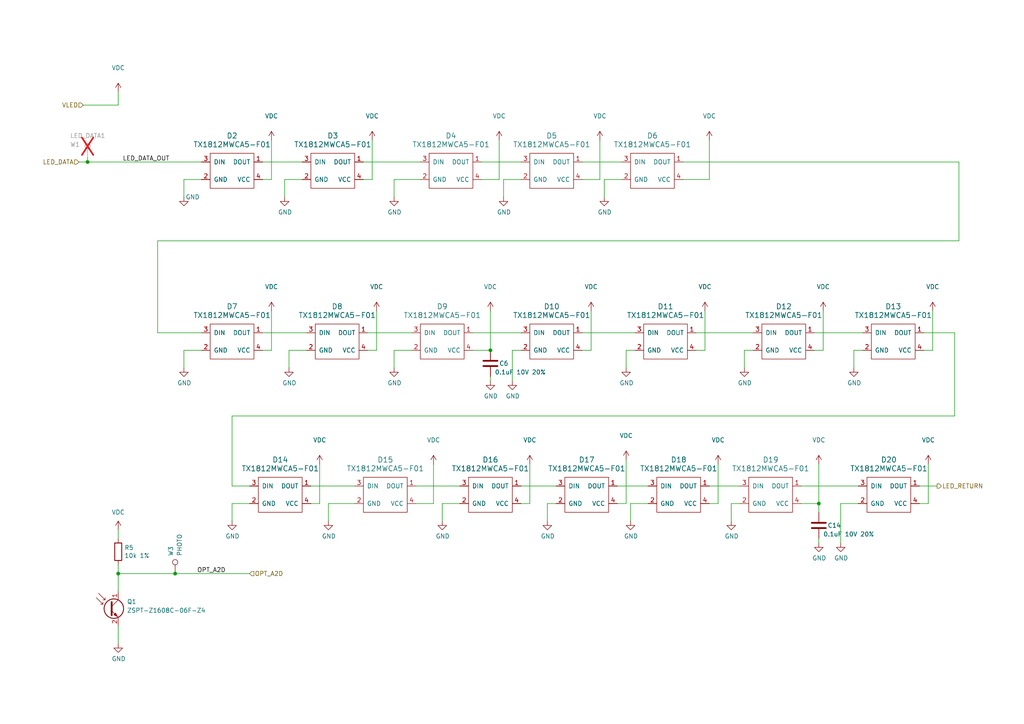
<source format=kicad_sch>
(kicad_sch (version 20250114) (generator "eeschema") (generator_version "9.0")
  (paper "A4")
  (title_block (title "Pixels D20 Schematic, LEDs") (date "2020-04-13") (rev "2") (company "Systemic Games, LLC"))
  (lib_symbols
    (symbol "Device:C" (pin_numbers (hide yes)) (pin_names (offset 0.254))
      (property "Reference" "C" (at 0.635 2.54 0))
      (property "Value" "C" (at 0.635 -2.54 0))
      (symbol "C_0_1"
        (polyline (pts (xy -2.032 0.762) (xy 2.032 0.762)) (stroke (width 0.508)))
        (polyline (pts (xy -2.032 -0.762) (xy 2.032 -0.762)) (stroke (width 0.508)))
      )
      (symbol "C_1_1"
        (pin passive line (at 0 3.81 270) (length 2.794) (name "~") (number "1"))
        (pin passive line (at 0 -3.81 90) (length 2.794) (name "~") (number "2"))
      )
    )
    (symbol "Device:Q_Photo_NPN" (pin_names (offset 0) (hide yes))
      (property "Reference" "Q" (at 5.08 1.27 0))
      (property "Value" "Q_Photo_NPN" (at 5.08 -1.27 0))
      (symbol "Q_Photo_NPN_0_1"
        (polyline (pts (xy -3.81 3.175) (xy -1.905 1.27) (xy -1.905 1.905)))
        (polyline (pts (xy -3.175 4.445) (xy -1.27 2.54) (xy -1.27 3.175)))
        (polyline (pts (xy -1.905 1.27) (xy -2.54 1.27)))
        (polyline (pts (xy -1.27 2.54) (xy -1.905 2.54)))
        (polyline (pts (xy 0.635 1.905) (xy 0.635 -1.905) (xy 0.635 -1.905)) (stroke (width 0.508)))
        (polyline (pts (xy 0.635 0.635) (xy 2.54 2.54)))
        (polyline (pts (xy 0.635 -0.635) (xy 2.54 -2.54) (xy 2.54 -2.54)))
        (circle (center 1.27 0) (radius 2.8194) (stroke (width 0.254)))
        (polyline (pts (xy 1.27 -1.778) (xy 1.778 -1.27) (xy 2.286 -2.286) (xy 1.27 -1.778) (xy 1.27 -1.778)) (fill (type outline)))
      )
      (symbol "Q_Photo_NPN_1_1"
        (pin passive line (at 2.54 5.08 270) (length 2.54) (name "C") (number "1"))
        (pin passive line (at 2.54 -5.08 90) (length 2.54) (name "E") (number "2"))
      )
    )
    (symbol "Device:R" (pin_numbers (hide yes)) (pin_names (offset 0))
      (property "Reference" "R" (at 2.032 0 90))
      (property "Value" "R" (at 0 0 90))
      (symbol "R_0_1"
        (rectangle (start -1.016 -2.54) (end 1.016 2.54) (stroke (width 0.254)))
      )
      (symbol "R_1_1"
        (pin passive line (at 0 3.81 270) (length 1.27) (name "~") (number "1"))
        (pin passive line (at 0 -3.81 90) (length 1.27) (name "~") (number "2"))
      )
    )
    (symbol "Pixels-dice:TEST_1P-conn" (pin_numbers (hide yes)) (pin_names (offset 0.762) (hide yes))
      (property "Reference" "W" (at 0 6.858 0))
      (property "Value" "TEST_1P-conn" (at 0 5.08 0))
      (symbol "TEST_1P-conn_0_1"
        (circle (center 0 3.302) (radius 0.762))
      )
      (symbol "TEST_1P-conn_1_1"
        (pin passive line (at 0 0 90) (length 2.54) (name "1") (number "1"))
      )
    )
    (symbol "Pixels-dice:TX1812MJA5" (pin_names (offset 1.016))
      (property "Reference" "D" (at 0 -6.35 0))
      (property "Value" "TX1812MJA5" (at 0 6.35 0))
      (symbol "TX1812MJA5_0_1"
        (rectangle (start -6.35 5.08) (end 6.35 -5.08))
      )
      (symbol "TX1812MJA5_1_1"
        (pin input line (at -8.89 2.54 0) (length 2.54) (name "DIN") (number "3"))
        (pin power_in line (at -8.89 -2.54 0) (length 2.54) (name "GND") (number "2"))
        (pin output line (at 8.89 2.54 180) (length 2.54) (name "DOUT") (number "1"))
        (pin power_in line (at 8.89 -2.54 180) (length 2.54) (name "VCC") (number "4"))
      )
    )
    (symbol "power:GND" (power) (pin_names (offset 0))
      (property "Value" "GND" (at 0 -3.81 0))
      (symbol "GND_0_1"
        (polyline (pts (xy 0 0) (xy 0 -1.27) (xy 1.27 -1.27) (xy 0 -2.54) (xy -1.27 -1.27) (xy 0 -1.27)))
      )
      (symbol "GND_1_1"
        (pin power_in line (at 0 0 270) (length 0) (hide yes) (name "GND") (number "1"))
      )
    )
    (symbol "power:VDC" (power) (pin_names (offset 0))
      (property "Value" "VDC" (at 0 6.35 0))
      (symbol "VDC_0_1"
        (polyline (pts (xy -0.762 1.27) (xy 0 2.54)))
        (polyline (pts (xy 0 2.54) (xy 0.762 1.27)))
        (polyline (pts (xy 0 0) (xy 0 2.54)))
      )
      (symbol "VDC_1_1"
        (pin power_in line (at 0 0 90) (length 0) (hide yes) (name "VDC") (number "1"))
      )
    )
  )
  (junction (at 25.4 46.99))
  (junction (at 34.29 166.37))
  (junction (at 50.8 166.37))
  (junction (at 237.49 146.05))
  (junction (at 142.24 101.6))
  (wire (pts (xy 168.91 46.99) (xy 180.34 46.99)))
  (wire (pts (xy 181.61 101.6) (xy 181.61 106.68)))
  (wire (pts (xy 105.41 52.07) (xy 107.95 52.07)))
  (wire (pts (xy 105.41 46.99) (xy 121.92 46.99)))
  (wire (pts (xy 92.71 134.62) (xy 92.71 146.05)))
  (wire (pts (xy 58.42 96.52) (xy 45.72 96.52)))
  (wire (pts (xy 278.13 69.85) (xy 45.72 69.85)))
  (wire (pts (xy 201.93 101.6) (xy 204.47 101.6)))
  (wire (pts (xy 53.34 52.07) (xy 53.34 57.15)))
  (wire (pts (xy 237.49 148.59) (xy 237.49 146.05)))
  (wire (pts (xy 236.22 96.52) (xy 250.19 96.52)))
  (wire (pts (xy 171.45 90.17) (xy 171.45 101.6)))
  (wire (pts (xy 72.39 140.97) (xy 67.31 140.97)))
  (wire (pts (xy 76.2 96.52) (xy 88.9 96.52)))
  (wire (pts (xy 278.13 46.99) (xy 278.13 69.85)))
  (wire (pts (xy 125.73 134.62) (xy 125.73 146.05)))
  (wire (pts (xy 175.26 52.07) (xy 175.26 57.15)))
  (wire (pts (xy 90.17 146.05) (xy 92.71 146.05)))
  (wire (pts (xy 95.25 146.05) (xy 95.25 151.13)))
  (wire (pts (xy 142.24 109.22) (xy 142.24 110.49)))
  (wire (pts (xy 67.31 146.05) (xy 72.39 146.05)))
  (wire (pts (xy 205.74 40.64) (xy 205.74 52.07)))
  (wire (pts (xy 53.34 106.68) (xy 53.34 101.6)))
  (wire (pts (xy 78.74 90.17) (xy 78.74 101.6)))
  (wire (pts (xy 168.91 52.07) (xy 173.99 52.07)))
  (wire (pts (xy 114.3 52.07) (xy 114.3 57.15)))
  (wire (pts (xy 106.68 101.6) (xy 109.22 101.6)))
  (wire (pts (xy 243.84 146.05) (xy 248.92 146.05)))
  (wire (pts (xy 128.27 151.13) (xy 128.27 146.05)))
  (wire (pts (xy 198.12 52.07) (xy 205.74 52.07)))
  (wire (pts (xy 237.49 156.21) (xy 237.49 157.48)))
  (wire (pts (xy 215.9 101.6) (xy 218.44 101.6)))
  (wire (pts (xy 212.09 146.05) (xy 214.63 146.05)))
  (wire (pts (xy 114.3 101.6) (xy 119.38 101.6)))
  (wire (pts (xy 25.4 45.72) (xy 25.4 46.99)))
  (wire (pts (xy 208.28 134.62) (xy 208.28 146.05)))
  (wire (pts (xy 151.13 146.05) (xy 153.67 146.05)))
  (wire (pts (xy 76.2 101.6) (xy 78.74 101.6)))
  (wire (pts (xy 151.13 140.97) (xy 161.29 140.97)))
  (wire (pts (xy 67.31 140.97) (xy 67.31 120.65)))
  (wire (pts (xy 269.24 134.62) (xy 269.24 146.05)))
  (wire (pts (xy 266.7 146.05) (xy 269.24 146.05)))
  (wire (pts (xy 205.74 146.05) (xy 208.28 146.05)))
  (wire (pts (xy 95.25 146.05) (xy 102.87 146.05)))
  (wire (pts (xy 205.74 140.97) (xy 214.63 140.97)))
  (wire (pts (xy 53.34 52.07) (xy 58.42 52.07)))
  (wire (pts (xy 114.3 106.68) (xy 114.3 101.6)))
  (wire (pts (xy 45.72 69.85) (xy 45.72 96.52)))
  (wire (pts (xy 267.97 101.6) (xy 270.51 101.6)))
  (wire (pts (xy 50.8 166.37) (xy 72.39 166.37)))
  (wire (pts (xy 168.91 96.52) (xy 184.15 96.52)))
  (wire (pts (xy 247.65 101.6) (xy 247.65 106.68)))
  (wire (pts (xy 34.29 30.48) (xy 34.29 26.67)))
  (wire (pts (xy 204.47 90.17) (xy 204.47 101.6)))
  (wire (pts (xy 148.59 101.6) (xy 151.13 101.6)))
  (wire (pts (xy 232.41 146.05) (xy 237.49 146.05)))
  (wire (pts (xy 76.2 46.99) (xy 87.63 46.99)))
  (wire (pts (xy 139.7 52.07) (xy 144.78 52.07)))
  (wire (pts (xy 142.24 90.17) (xy 142.24 101.6)))
  (wire (pts (xy 181.61 101.6) (xy 184.15 101.6)))
  (wire (pts (xy 109.22 90.17) (xy 109.22 101.6)))
  (wire (pts (xy 182.88 146.05) (xy 187.96 146.05)))
  (wire (pts (xy 83.82 101.6) (xy 88.9 101.6)))
  (wire (pts (xy 182.88 151.13) (xy 182.88 146.05)))
  (wire (pts (xy 243.84 157.48) (xy 243.84 146.05)))
  (wire (pts (xy 212.09 146.05) (xy 212.09 151.13)))
  (wire (pts (xy 25.4 46.99) (xy 58.42 46.99)))
  (wire (pts (xy 179.07 146.05) (xy 181.61 146.05)))
  (wire (pts (xy 276.86 96.52) (xy 267.97 96.52)))
  (wire (pts (xy 120.65 140.97) (xy 133.35 140.97)))
  (wire (pts (xy 146.05 57.15) (xy 146.05 52.07)))
  (wire (pts (xy 107.95 40.64) (xy 107.95 52.07)))
  (wire (pts (xy 144.78 40.64) (xy 144.78 52.07)))
  (wire (pts (xy 236.22 101.6) (xy 238.76 101.6)))
  (wire (pts (xy 137.16 101.6) (xy 142.24 101.6)))
  (wire (pts (xy 139.7 46.99) (xy 151.13 46.99)))
  (wire (pts (xy 82.55 52.07) (xy 87.63 52.07)))
  (wire (pts (xy 128.27 146.05) (xy 133.35 146.05)))
  (wire (pts (xy 137.16 96.52) (xy 151.13 96.52)))
  (wire (pts (xy 34.29 163.83) (xy 34.29 166.37)))
  (wire (pts (xy 34.29 166.37) (xy 50.8 166.37)))
  (wire (pts (xy 106.68 96.52) (xy 119.38 96.52)))
  (wire (pts (xy 114.3 52.07) (xy 121.92 52.07)))
  (wire (pts (xy 153.67 134.62) (xy 153.67 146.05)))
  (wire (pts (xy 90.17 140.97) (xy 102.87 140.97)))
  (wire (pts (xy 238.76 90.17) (xy 238.76 101.6)))
  (wire (pts (xy 175.26 52.07) (xy 180.34 52.07)))
  (wire (pts (xy 146.05 52.07) (xy 151.13 52.07)))
  (wire (pts (xy 276.86 120.65) (xy 276.86 96.52)))
  (wire (pts (xy 215.9 101.6) (xy 215.9 106.68)))
  (wire (pts (xy 22.86 46.99) (xy 25.4 46.99)))
  (wire (pts (xy 76.2 52.07) (xy 78.74 52.07)))
  (wire (pts (xy 266.7 140.97) (xy 271.78 140.97)))
  (wire (pts (xy 181.61 133.35) (xy 181.61 146.05)))
  (wire (pts (xy 173.99 40.64) (xy 173.99 52.07)))
  (wire (pts (xy 201.93 96.52) (xy 218.44 96.52)))
  (wire (pts (xy 148.59 101.6) (xy 148.59 110.49)))
  (wire (pts (xy 78.74 40.64) (xy 78.74 52.07)))
  (wire (pts (xy 158.75 151.13) (xy 158.75 146.05)))
  (wire (pts (xy 198.12 46.99) (xy 278.13 46.99)))
  (wire (pts (xy 34.29 153.67) (xy 34.29 156.21)))
  (wire (pts (xy 67.31 151.13) (xy 67.31 146.05)))
  (wire (pts (xy 232.41 140.97) (xy 248.92 140.97)))
  (wire (pts (xy 24.13 30.48) (xy 34.29 30.48)))
  (wire (pts (xy 168.91 101.6) (xy 171.45 101.6)))
  (wire (pts (xy 67.31 120.65) (xy 276.86 120.65)))
  (wire (pts (xy 82.55 57.15) (xy 82.55 52.07)))
  (wire (pts (xy 247.65 101.6) (xy 250.19 101.6)))
  (wire (pts (xy 34.29 181.61) (xy 34.29 186.69)))
  (wire (pts (xy 158.75 146.05) (xy 161.29 146.05)))
  (wire (pts (xy 83.82 106.68) (xy 83.82 101.6)))
  (wire (pts (xy 34.29 166.37) (xy 34.29 171.45)))
  (wire (pts (xy 270.51 90.17) (xy 270.51 101.6)))
  (wire (pts (xy 179.07 140.97) (xy 187.96 140.97)))
  (wire (pts (xy 53.34 101.6) (xy 58.42 101.6)))
  (wire (pts (xy 120.65 146.05) (xy 125.73 146.05)))
  (wire (pts (xy 237.49 134.62) (xy 237.49 146.05)))
  (label "OPT_A2D" (at 57.15 166.37 0))
  (label "LED_DATA_OUT" (at 35.56 46.99 0))
  (hierarchical_label "OPT_A2D" (shape input) (at 72.39 166.37 0))
  (hierarchical_label "LED_DATA" (shape input) (at 22.86 46.99 180))
  (hierarchical_label "LED_RETURN" (shape output) (at 271.78 140.97 0))
  (hierarchical_label "VLED" (shape input) (at 24.13 30.48 180))
  (symbol (lib_id "Pixels-dice:TEST_1P-conn") (at 25.4 45.72 0) (unit 1) (in_bom no) (dnp yes)
    (property "Reference" "W1" (at 20.32 41.91 0) (effects (justify left)))
    (property "Value" "LED_DATA1" (at 20.32 39.37 0) (effects (justify left)))
    (property "Footprint" "Pixels-dice:TEST_PIN" (effects (hide yes)))
    (property "Generic OK" "N/A" (effects (hide yes)))
  )
  (symbol (lib_id "power:VDC") (at 34.29 26.67 0) (unit 1)
    (property "Reference" "#PWR02" (effects (hide yes)))
    (property "Value" "VDC" (at 34.29 19.685 0))
  )
  (symbol (lib_id "power:VDC") (at 78.74 40.64 0) (unit 1)
    (property "Reference" "#PWR037" (effects (hide yes)))
    (property "Value" "VDC" (at 78.74 33.655 0))
  )
  (symbol (lib_id "power:VDC") (at 107.95 40.64 0) (unit 1)
    (property "Reference" "#PWR064" (effects (hide yes)))
    (property "Value" "VDC" (at 107.95 33.655 0))
  )
  (symbol (lib_id "power:GND") (at 53.34 57.15 0) (unit 1)
    (property "Reference" "#PWR010" (effects (hide yes)))
    (property "Value" "GND" (at 55.88 57.15 0))
  )
  (symbol (lib_id "power:GND") (at 82.55 57.15 0) (unit 1)
    (property "Reference" "#PWR047" (effects (hide yes)))
    (property "Value" "GND" (at 82.677 61.5442 0))
  )
  (symbol (lib_id "power:VDC") (at 144.78 40.64 0) (unit 1)
    (property "Reference" "#PWR074" (effects (hide yes)))
    (property "Value" "VDC" (at 144.78 33.655 0))
  )
  (symbol (lib_id "power:VDC") (at 173.99 40.64 0) (unit 1)
    (property "Reference" "#PWR081" (effects (hide yes)))
    (property "Value" "VDC" (at 173.99 33.655 0))
  )
  (symbol (lib_id "power:GND") (at 114.3 57.15 0) (unit 1)
    (property "Reference" "#PWR066" (effects (hide yes)))
    (property "Value" "GND" (at 114.427 61.5442 0))
  )
  (symbol (lib_id "power:GND") (at 146.05 57.15 0) (unit 1)
    (property "Reference" "#PWR076" (effects (hide yes)))
    (property "Value" "GND" (at 146.177 61.5442 0))
  )
  (symbol (lib_id "power:VDC") (at 205.74 40.64 0) (unit 1)
    (property "Reference" "#PWR087" (effects (hide yes)))
    (property "Value" "VDC" (at 205.74 33.655 0))
  )
  (symbol (lib_id "power:VDC") (at 142.24 90.17 0) (unit 1)
    (property "Reference" "#PWR070" (effects (hide yes)))
    (property "Value" "VDC" (at 142.24 83.185 0))
  )
  (symbol (lib_id "power:GND") (at 53.34 106.68 0) (unit 1)
    (property "Reference" "#PWR015" (effects (hide yes)))
    (property "Value" "GND" (at 53.467 111.0742 0))
  )
  (symbol (lib_id "power:GND") (at 175.26 57.15 0) (unit 1)
    (property "Reference" "#PWR082" (effects (hide yes)))
    (property "Value" "GND" (at 175.387 61.5442 0))
  )
  (symbol (lib_id "power:VDC") (at 125.73 134.62 0) (unit 1)
    (property "Reference" "#PWR068" (effects (hide yes)))
    (property "Value" "VDC" (at 125.73 127.635 0))
  )
  (symbol (lib_id "power:VDC") (at 181.61 133.35 0) (unit 1)
    (property "Reference" "#PWR084" (effects (hide yes)))
    (property "Value" "VDC" (at 181.61 126.365 0))
  )
  (symbol (lib_id "power:GND") (at 95.25 151.13 0) (unit 1)
    (property "Reference" "#PWR063" (effects (hide yes)))
    (property "Value" "GND" (at 95.377 155.5242 0))
  )
  (symbol (lib_id "power:GND") (at 158.75 151.13 0) (unit 1)
    (property "Reference" "#PWR079" (effects (hide yes)))
    (property "Value" "GND" (at 158.877 155.5242 0))
  )
  (symbol (lib_id "power:VDC") (at 237.49 134.62 0) (unit 1)
    (property "Reference" "#PWR091" (effects (hide yes)))
    (property "Value" "VDC" (at 237.49 127.635 0))
  )
  (symbol (lib_id "power:GND") (at 212.09 151.13 0) (unit 1)
    (property "Reference" "#PWR089" (effects (hide yes)))
    (property "Value" "GND" (at 212.217 155.5242 0))
  )
  (symbol (lib_id "Device:C") (at 142.24 105.41 0) (unit 1)
    (property "Reference" "C6" (at 144.78 105.41 0) (effects (justify left)))
    (property "Value" "0.1uF 10V 20%" (at 143.51 107.95 0) (effects (justify left)))
    (property "Footprint" "Capacitor_SMD:C_0201_0603Metric" (effects (hide yes)))
    (property "Generic OK" "YES" (effects (hide yes)))
    (property "Pixels Part Number" "SMD-C005" (effects (hide yes)))
    (property "Manufacturer" "Murata" (effects (hide yes)))
    (property "LCSC Part #" "C6119757" (effects (hide yes)))
    (property "Part Number" "CGA0201X5R104K100ET" (effects (hide yes)))
  )
  (symbol (lib_id "power:GND") (at 142.24 110.49 0) (unit 1)
    (property "Reference" "#PWR071" (effects (hide yes)))
    (property "Value" "GND" (at 142.367 114.8842 0))
  )
  (symbol (lib_id "Device:C") (at 237.49 152.4 0) (unit 1)
    (property "Reference" "C14" (at 240.03 152.4 0) (effects (justify left)))
    (property "Value" "0.1uF 10V 20%" (at 238.76 154.94 0) (effects (justify left)))
    (property "Footprint" "Capacitor_SMD:C_0201_0603Metric" (effects (hide yes)))
    (property "Generic OK" "YES" (effects (hide yes)))
    (property "Pixels Part Number" "SMD-C005" (effects (hide yes)))
    (property "Manufacturer" "Murata" (effects (hide yes)))
    (property "LCSC Part #" "C6119757" (effects (hide yes)))
    (property "Part Number" "CGA0201X5R104K100ET" (effects (hide yes)))
  )
  (symbol (lib_id "power:GND") (at 237.49 157.48 0) (unit 1)
    (property "Reference" "#PWR092" (effects (hide yes)))
    (property "Value" "GND" (at 237.617 161.8742 0))
  )
  (symbol (lib_id "power:VDC") (at 269.24 134.62 0) (unit 1)
    (property "Reference" "#PWR096" (effects (hide yes)))
    (property "Value" "VDC" (at 269.24 127.635 0))
  )
  (symbol (lib_id "Pixels-dice:TX1812MJA5") (at 128.27 99.06 0) (unit 1)
    (property "Reference" "D9" (at 128.27 88.9 0) (effects (font (size 1.524 1.524))))
    (property "Value" "TX1812MWCA5-F01" (at 128.27 91.44 0) (effects (font (size 1.524 1.524))))
    (property "Footprint" "Pixels-dice:TX1812MWCA5-F01" (effects (hide yes)))
    (property "Manufacturer" "TCWIN" (effects (hide yes)))
    (property "Part Number" "TX1812MWCA5-F01" (effects (hide yes)))
  )
  (symbol (lib_id "power:GND") (at 148.59 110.49 0) (unit 1)
    (property "Reference" "#PWR077" (effects (hide yes)))
    (property "Value" "GND" (at 148.717 114.8842 0))
  )
  (symbol (lib_id "power:VDC") (at 204.47 90.17 0) (unit 1)
    (property "Reference" "#PWR086" (effects (hide yes)))
    (property "Value" "VDC" (at 204.47 83.185 0))
  )
  (symbol (lib_id "Device:R") (at 34.29 160.02 0) (unit 1)
    (property "Reference" "R5" (at 36.068 158.8516 0) (effects (justify left)))
    (property "Value" "10k 1%" (at 36.068 161.163 0) (effects (justify left)))
    (property "Footprint" "Resistor_SMD:R_0201_0603Metric" (effects (hide yes)))
    (property "Generic OK" "YES" (effects (hide yes)))
    (property "Manufacturer" "UNI-ROYAL(Uniroyal Elec)" (effects (hide yes)))
    (property "Part Number" "0201WMF1002TEE" (effects (hide yes)))
    (property "LCSC Part #" "C473048" (effects (hide yes)))
  )
  (symbol (lib_id "power:GND") (at 247.65 106.68 0) (unit 1)
    (property "Reference" "#PWR095" (effects (hide yes)))
    (property "Value" "GND" (at 247.777 111.0742 0))
  )
  (symbol (lib_id "power:VDC") (at 238.76 90.17 0) (unit 1)
    (property "Reference" "#PWR093" (effects (hide yes)))
    (property "Value" "VDC" (at 238.76 83.185 0))
  )
  (symbol (lib_id "power:VDC") (at 34.29 153.67 0) (unit 1)
    (property "Reference" "#PWR072" (effects (hide yes)))
    (property "Value" "VDC" (at 34.29 148.59 0))
    (property "Description" "Power symbol creates a global label with name \"VDC\"" (effects (hide yes)))
  )
  (symbol (lib_id "Pixels-dice:TX1812MJA5") (at 96.52 49.53 0) (unit 1)
    (property "Reference" "D3" (at 96.52 39.37 0) (effects (font (size 1.524 1.524))))
    (property "Value" "TX1812MWCA5-F01" (at 96.52 41.91 0) (effects (font (size 1.524 1.524))))
    (property "Footprint" "Pixels-dice:TX1812MWCA5-F01" (effects (hide yes)))
    (property "Manufacturer" "TCWIN" (effects (hide yes)))
    (property "Part Number" "TX1812MWCA5-F01" (effects (hide yes)))
  )
  (symbol (lib_id "Pixels-dice:TX1812MJA5") (at 170.18 143.51 0) (unit 1)
    (property "Reference" "D17" (at 170.18 133.35 0) (effects (font (size 1.524 1.524))))
    (property "Value" "TX1812MWCA5-F01" (at 170.18 135.89 0) (effects (font (size 1.524 1.524))))
    (property "Footprint" "Pixels-dice:TX1812MWCA5-F01" (effects (hide yes)))
    (property "Manufacturer" "TCWIN" (effects (hide yes)))
    (property "Part Number" "TX1812MWCA5-F01" (effects (hide yes)))
  )
  (symbol (lib_id "Pixels-dice:TX1812MJA5") (at 81.28 143.51 0) (unit 1)
    (property "Reference" "D14" (at 81.28 133.35 0) (effects (font (size 1.524 1.524))))
    (property "Value" "TX1812MWCA5-F01" (at 81.28 135.89 0) (effects (font (size 1.524 1.524))))
    (property "Footprint" "Pixels-dice:TX1812MWCA5-F01" (effects (hide yes)))
    (property "Manufacturer" "TCWIN" (effects (hide yes)))
    (property "Part Number" "TX1812MWCA5-F01" (effects (hide yes)))
  )
  (symbol (lib_id "Pixels-dice:TX1812MJA5") (at 193.04 99.06 0) (unit 1)
    (property "Reference" "D11" (at 193.04 88.9 0) (effects (font (size 1.524 1.524))))
    (property "Value" "TX1812MWCA5-F01" (at 193.04 91.44 0) (effects (font (size 1.524 1.524))))
    (property "Footprint" "Pixels-dice:TX1812MWCA5-F01" (effects (hide yes)))
    (property "Manufacturer" "TCWIN" (effects (hide yes)))
    (property "Part Number" "TX1812MWCA5-F01" (effects (hide yes)))
  )
  (symbol (lib_id "Pixels-dice:TX1812MJA5") (at 227.33 99.06 0) (unit 1)
    (property "Reference" "D12" (at 227.33 88.9 0) (effects (font (size 1.524 1.524))))
    (property "Value" "TX1812MWCA5-F01" (at 227.33 91.44 0) (effects (font (size 1.524 1.524))))
    (property "Footprint" "Pixels-dice:TX1812MWCA5-F01" (effects (hide yes)))
    (property "Manufacturer" "TCWIN" (effects (hide yes)))
    (property "Part Number" "TX1812MWCA5-F01" (effects (hide yes)))
  )
  (symbol (lib_id "power:GND") (at 243.84 157.48 0) (unit 1)
    (property "Reference" "#PWR094" (effects (hide yes)))
    (property "Value" "GND" (at 243.967 161.8742 0))
  )
  (symbol (lib_id "power:VDC") (at 171.45 90.17 0) (unit 1)
    (property "Reference" "#PWR080" (effects (hide yes)))
    (property "Value" "VDC" (at 171.45 83.185 0))
  )
  (symbol (lib_id "power:GND") (at 67.31 151.13 0) (unit 1)
    (property "Reference" "#PWR023" (effects (hide yes)))
    (property "Value" "GND" (at 67.437 155.5242 0))
  )
  (symbol (lib_id "power:VDC") (at 109.22 90.17 0) (unit 1)
    (property "Reference" "#PWR065" (effects (hide yes)))
    (property "Value" "VDC" (at 109.22 83.185 0))
  )
  (symbol (lib_id "Pixels-dice:TX1812MJA5") (at 67.31 49.53 0) (unit 1)
    (property "Reference" "D2" (at 67.31 39.37 0) (effects (font (size 1.524 1.524))))
    (property "Value" "TX1812MWCA5-F01" (at 67.31 41.91 0) (effects (font (size 1.524 1.524))))
    (property "Footprint" "Pixels-dice:TX1812MWCA5-F01" (effects (hide yes)))
    (property "Manufacturer" "TCWIN" (effects (hide yes)))
    (property "Part Number" "TX1812MWCA5-F01" (effects (hide yes)))
  )
  (symbol (lib_id "Pixels-dice:TEST_1P-conn") (at 50.8 166.37 0) (unit 1) (in_bom no)
    (property "Reference" "W3" (at 49.53 161.29 90) (effects (justify left)))
    (property "Value" "PHOTO" (at 52.07 161.29 90) (effects (justify left)))
    (property "Footprint" "Pixels-dice:TEST_PIN" (effects (hide yes)))
    (property "Generic OK" "N/A" (effects (hide yes)))
  )
  (symbol (lib_id "power:GND") (at 83.82 106.68 0) (unit 1)
    (property "Reference" "#PWR048" (effects (hide yes)))
    (property "Value" "GND" (at 83.947 111.0742 0))
  )
  (symbol (lib_id "power:VDC") (at 270.51 90.17 0) (unit 1)
    (property "Reference" "#PWR097" (effects (hide yes)))
    (property "Value" "VDC" (at 270.51 83.185 0))
  )
  (symbol (lib_id "Pixels-dice:TX1812MJA5") (at 111.76 143.51 0) (unit 1)
    (property "Reference" "D15" (at 111.76 133.35 0) (effects (font (size 1.524 1.524))))
    (property "Value" "TX1812MWCA5-F01" (at 111.76 135.89 0) (effects (font (size 1.524 1.524))))
    (property "Footprint" "Pixels-dice:TX1812MWCA5-F01" (effects (hide yes)))
    (property "Manufacturer" "TCWIN" (effects (hide yes)))
    (property "Part Number" "TX1812MWCA5-F01" (effects (hide yes)))
  )
  (symbol (lib_id "power:GND") (at 181.61 106.68 0) (unit 1)
    (property "Reference" "#PWR083" (effects (hide yes)))
    (property "Value" "GND" (at 181.737 111.0742 0))
  )
  (symbol (lib_id "Pixels-dice:TX1812MJA5") (at 160.02 99.06 0) (unit 1)
    (property "Reference" "D10" (at 160.02 88.9 0) (effects (font (size 1.524 1.524))))
    (property "Value" "TX1812MWCA5-F01" (at 160.02 91.44 0) (effects (font (size 1.524 1.524))))
    (property "Footprint" "Pixels-dice:TX1812MWCA5-F01" (effects (hide yes)))
    (property "Manufacturer" "TCWIN" (effects (hide yes)))
    (property "Part Number" "TX1812MWCA5-F01" (effects (hide yes)))
  )
  (symbol (lib_id "power:GND") (at 182.88 151.13 0) (unit 1)
    (property "Reference" "#PWR085" (effects (hide yes)))
    (property "Value" "GND" (at 183.007 155.5242 0))
  )
  (symbol (lib_id "Pixels-dice:TX1812MJA5") (at 142.24 143.51 0) (unit 1)
    (property "Reference" "D16" (at 142.24 133.35 0) (effects (font (size 1.524 1.524))))
    (property "Value" "TX1812MWCA5-F01" (at 142.24 135.89 0) (effects (font (size 1.524 1.524))))
    (property "Footprint" "Pixels-dice:TX1812MWCA5-F01" (effects (hide yes)))
    (property "Manufacturer" "TCWIN" (effects (hide yes)))
    (property "Part Number" "TX1812MWCA5-F01" (effects (hide yes)))
  )
  (symbol (lib_id "Pixels-dice:TX1812MJA5") (at 223.52 143.51 0) (unit 1)
    (property "Reference" "D19" (at 223.52 133.35 0) (effects (font (size 1.524 1.524))))
    (property "Value" "TX1812MWCA5-F01" (at 223.52 135.89 0) (effects (font (size 1.524 1.524))))
    (property "Footprint" "Pixels-dice:TX1812MWCA5-F01" (effects (hide yes)))
    (property "Manufacturer" "TCWIN" (effects (hide yes)))
    (property "Part Number" "TX1812MWCA5-F01" (effects (hide yes)))
  )
  (symbol (lib_id "Pixels-dice:TX1812MJA5") (at 130.81 49.53 0) (unit 1)
    (property "Reference" "D4" (at 130.81 39.37 0) (effects (font (size 1.524 1.524))))
    (property "Value" "TX1812MWCA5-F01" (at 130.81 41.91 0) (effects (font (size 1.524 1.524))))
    (property "Footprint" "Pixels-dice:TX1812MWCA5-F01" (effects (hide yes)))
    (property "Manufacturer" "TCWIN" (effects (hide yes)))
    (property "Part Number" "TX1812MWCA5-F01" (effects (hide yes)))
  )
  (symbol (lib_id "power:VDC") (at 78.74 90.17 0) (unit 1)
    (property "Reference" "#PWR046" (effects (hide yes)))
    (property "Value" "VDC" (at 78.74 83.185 0))
  )
  (symbol (lib_id "power:GND") (at 114.3 106.68 0) (unit 1)
    (property "Reference" "#PWR067" (effects (hide yes)))
    (property "Value" "GND" (at 114.427 111.0742 0))
  )
  (symbol (lib_id "power:VDC") (at 153.67 134.62 0) (unit 1)
    (property "Reference" "#PWR078" (effects (hide yes)))
    (property "Value" "VDC" (at 153.67 127.635 0))
  )
  (symbol (lib_id "Pixels-dice:TX1812MJA5") (at 257.81 143.51 0) (unit 1)
    (property "Reference" "D20" (at 257.81 133.35 0) (effects (font (size 1.524 1.524))))
    (property "Value" "TX1812MWCA5-F01" (at 257.81 135.89 0) (effects (font (size 1.524 1.524))))
    (property "Footprint" "Pixels-dice:TX1812MWCA5-F01" (effects (hide yes)))
    (property "Manufacturer" "TCWIN" (effects (hide yes)))
    (property "Part Number" "TX1812MWCA5-F01" (effects (hide yes)))
  )
  (symbol (lib_id "Pixels-dice:TX1812MJA5") (at 67.31 99.06 0) (unit 1)
    (property "Reference" "D7" (at 67.31 88.9 0) (effects (font (size 1.524 1.524))))
    (property "Value" "TX1812MWCA5-F01" (at 67.31 91.44 0) (effects (font (size 1.524 1.524))))
    (property "Footprint" "Pixels-dice:TX1812MWCA5-F01" (effects (hide yes)))
    (property "Manufacturer" "TCWIN" (effects (hide yes)))
    (property "Part Number" "TX1812MWCA5-F01" (effects (hide yes)))
  )
  (symbol (lib_id "Pixels-dice:TX1812MJA5") (at 97.79 99.06 0) (unit 1)
    (property "Reference" "D8" (at 97.79 88.9 0) (effects (font (size 1.524 1.524))))
    (property "Value" "TX1812MWCA5-F01" (at 97.79 91.44 0) (effects (font (size 1.524 1.524))))
    (property "Footprint" "Pixels-dice:TX1812MWCA5-F01" (effects (hide yes)))
    (property "Manufacturer" "TCWIN" (effects (hide yes)))
    (property "Part Number" "TX1812MWCA5-F01" (effects (hide yes)))
  )
  (symbol (lib_id "power:VDC") (at 92.71 134.62 0) (unit 1)
    (property "Reference" "#PWR055" (effects (hide yes)))
    (property "Value" "VDC" (at 92.71 127.635 0))
  )
  (symbol (lib_id "Pixels-dice:TX1812MJA5") (at 196.85 143.51 0) (unit 1)
    (property "Reference" "D18" (at 196.85 133.35 0) (effects (font (size 1.524 1.524))))
    (property "Value" "TX1812MWCA5-F01" (at 196.85 135.89 0) (effects (font (size 1.524 1.524))))
    (property "Footprint" "Pixels-dice:TX1812MWCA5-F01" (effects (hide yes)))
    (property "Manufacturer" "TCWIN" (effects (hide yes)))
    (property "Part Number" "TX1812MWCA5-F01" (effects (hide yes)))
  )
  (symbol (lib_id "Device:Q_Photo_NPN") (at 31.75 176.53 0) (unit 1)
    (property "Reference" "Q1" (at 36.83 174.5106 0) (effects (justify left)))
    (property "Value" "ZSPT-Z1608C-06F-Z4" (at 36.83 177.0506 0) (effects (justify left)))
    (property "Footprint" "Diode_SMD:D_0603_1608Metric" (effects (hide yes)))
    (property "Description" "NPN phototransistor, collector/emitter" (effects (hide yes)))
    (property "Manufacturer" "Chau Light" (effects (hide yes)))
    (property "Part Number" "ZSPT-Z1608C-06F-Z4" (effects (hide yes)))
    (property "LCSC Part #" "C5337512" (effects (hide yes)))
  )
  (symbol (lib_id "Pixels-dice:TX1812MJA5") (at 259.08 99.06 0) (unit 1)
    (property "Reference" "D13" (at 259.08 88.9 0) (effects (font (size 1.524 1.524))))
    (property "Value" "TX1812MWCA5-F01" (at 259.08 91.44 0) (effects (font (size 1.524 1.524))))
    (property "Footprint" "Pixels-dice:TX1812MWCA5-F01" (effects (hide yes)))
    (property "Manufacturer" "TCWIN" (effects (hide yes)))
    (property "Part Number" "TX1812MWCA5-F01" (effects (hide yes)))
  )
  (symbol (lib_id "Pixels-dice:TX1812MJA5") (at 160.02 49.53 0) (unit 1)
    (property "Reference" "D5" (at 160.02 39.37 0) (effects (font (size 1.524 1.524))))
    (property "Value" "TX1812MWCA5-F01" (at 160.02 41.91 0) (effects (font (size 1.524 1.524))))
    (property "Footprint" "Pixels-dice:TX1812MWCA5-F01" (effects (hide yes)))
    (property "Manufacturer" "TCWIN" (effects (hide yes)))
    (property "Part Number" "TX1812MWCA5-F01" (effects (hide yes)))
  )
  (symbol (lib_id "Pixels-dice:TX1812MJA5") (at 189.23 49.53 0) (unit 1)
    (property "Reference" "D6" (at 189.23 39.37 0) (effects (font (size 1.524 1.524))))
    (property "Value" "TX1812MWCA5-F01" (at 189.23 41.91 0) (effects (font (size 1.524 1.524))))
    (property "Footprint" "Pixels-dice:TX1812MWCA5-F01" (effects (hide yes)))
    (property "Manufacturer" "TCWIN" (effects (hide yes)))
    (property "Part Number" "TX1812MWCA5-F01" (effects (hide yes)))
  )
  (symbol (lib_id "power:VDC") (at 208.28 134.62 0) (unit 1)
    (property "Reference" "#PWR088" (effects (hide yes)))
    (property "Value" "VDC" (at 208.28 127.635 0))
  )
  (symbol (lib_id "power:GND") (at 128.27 151.13 0) (unit 1)
    (property "Reference" "#PWR069" (effects (hide yes)))
    (property "Value" "GND" (at 128.397 155.5242 0))
  )
  (symbol (lib_id "power:GND") (at 34.29 186.69 0) (unit 1)
    (property "Reference" "#PWR073" (effects (hide yes)))
    (property "Value" "GND" (at 34.417 191.0842 0))
  )
  (symbol (lib_id "power:GND") (at 215.9 106.68 0) (unit 1)
    (property "Reference" "#PWR090" (effects (hide yes)))
    (property "Value" "GND" (at 216.027 111.0742 0))
  )
)
</source>
